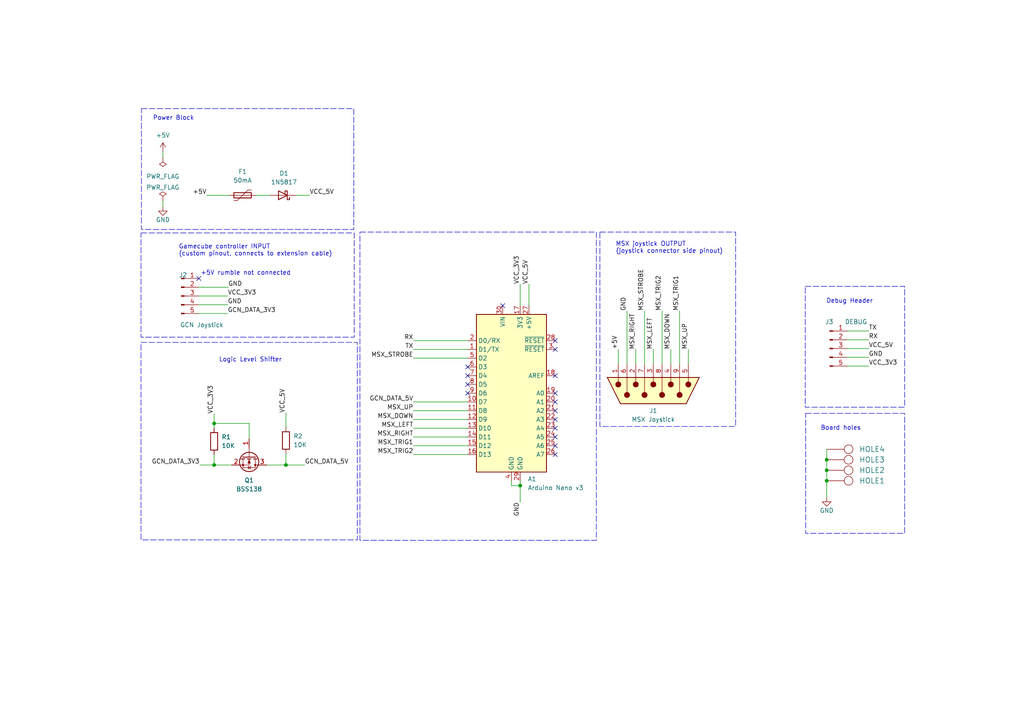
<source format=kicad_sch>
(kicad_sch (version 20230121) (generator eeschema)
  (paper "A4")
  (title_block (title "msx-joydolphin: A Gamecube controller adapter for MSX") (date "2023-09-23") (rev "v1") (company "Albert Herranz"))
  (lib_symbols
    (symbol "Connector:Conn_01x05_Pin" (pin_names (offset 1.016) hide)
      (property "Reference" "J" (at 0 7.62 0))
      (property "Value" "Conn_01x05_Pin" (at 0 -7.62 0))
      (symbol "Conn_01x05_Pin_1_1"
        (polyline (pts (xy 1.27 -5.08) (xy 0.8636 -5.08)) (stroke (width 0.1524)))
        (polyline (pts (xy 1.27 -2.54) (xy 0.8636 -2.54)) (stroke (width 0.1524)))
        (polyline (pts (xy 1.27 0) (xy 0.8636 0)) (stroke (width 0.1524)))
        (polyline (pts (xy 1.27 2.54) (xy 0.8636 2.54)) (stroke (width 0.1524)))
        (polyline (pts (xy 1.27 5.08) (xy 0.8636 5.08)) (stroke (width 0.1524)))
        (rectangle (start 0.8636 -4.953) (end 0 -5.207) (stroke (width 0.1524)) (fill (type outline)))
        (rectangle (start 0.8636 -2.413) (end 0 -2.667) (stroke (width 0.1524)) (fill (type outline)))
        (rectangle (start 0.8636 0.127) (end 0 -0.127) (stroke (width 0.1524)) (fill (type outline)))
        (rectangle (start 0.8636 2.667) (end 0 2.413) (stroke (width 0.1524)) (fill (type outline)))
        (rectangle (start 0.8636 5.207) (end 0 4.953) (stroke (width 0.1524)) (fill (type outline)))
        (pin passive line (at 5.08 5.08 180) (length 3.81) (name "Pin_1") (number "1"))
        (pin passive line (at 5.08 2.54 180) (length 3.81) (name "Pin_2") (number "2"))
        (pin passive line (at 5.08 0 180) (length 3.81) (name "Pin_3") (number "3"))
        (pin passive line (at 5.08 -2.54 180) (length 3.81) (name "Pin_4") (number "4"))
        (pin passive line (at 5.08 -5.08 180) (length 3.81) (name "Pin_5") (number "5"))
      )
    )
    (symbol "Connector:DE9_Plug" (pin_names (offset 1.016) hide)
      (property "Reference" "J" (at 0 13.97 0))
      (property "Value" "DE9_Plug" (at 0 -14.605 0))
      (symbol "DE9_Plug_0_1"
        (circle (center -1.778 -10.16) (radius 0.762) (fill (type outline)))
        (circle (center -1.778 -5.08) (radius 0.762) (fill (type outline)))
        (circle (center -1.778 0) (radius 0.762) (fill (type outline)))
        (circle (center -1.778 5.08) (radius 0.762) (fill (type outline)))
        (circle (center -1.778 10.16) (radius 0.762) (fill (type outline)))
        (polyline (pts (xy -3.81 -10.16) (xy -2.54 -10.16)))
        (polyline (pts (xy -3.81 -7.62) (xy 0.508 -7.62)))
        (polyline (pts (xy -3.81 -5.08) (xy -2.54 -5.08)))
        (polyline (pts (xy -3.81 -2.54) (xy 0.508 -2.54)))
        (polyline (pts (xy -3.81 0) (xy -2.54 0)))
        (polyline (pts (xy -3.81 2.54) (xy 0.508 2.54)))
        (polyline (pts (xy -3.81 5.08) (xy -2.54 5.08)))
        (polyline (pts (xy -3.81 7.62) (xy 0.508 7.62)))
        (polyline (pts (xy -3.81 10.16) (xy -2.54 10.16)))
        (polyline (pts (xy -3.81 -13.335) (xy -3.81 13.335) (xy 3.81 9.525) (xy 3.81 -9.525) (xy -3.81 -13.335)) (stroke (width 0.254)) (fill (type background)))
        (circle (center 1.27 -7.62) (radius 0.762) (fill (type outline)))
        (circle (center 1.27 -2.54) (radius 0.762) (fill (type outline)))
        (circle (center 1.27 2.54) (radius 0.762) (fill (type outline)))
        (circle (center 1.27 7.62) (radius 0.762) (fill (type outline)))
      )
      (symbol "DE9_Plug_1_1"
        (pin passive line (at -7.62 -10.16 0) (length 3.81) (name "1") (number "1"))
        (pin passive line (at -7.62 -5.08 0) (length 3.81) (name "2") (number "2"))
        (pin passive line (at -7.62 0 0) (length 3.81) (name "3") (number "3"))
        (pin passive line (at -7.62 5.08 0) (length 3.81) (name "4") (number "4"))
        (pin passive line (at -7.62 10.16 0) (length 3.81) (name "5") (number "5"))
        (pin passive line (at -7.62 -7.62 0) (length 3.81) (name "6") (number "6"))
        (pin passive line (at -7.62 -2.54 0) (length 3.81) (name "7") (number "7"))
        (pin passive line (at -7.62 2.54 0) (length 3.81) (name "8") (number "8"))
        (pin passive line (at -7.62 7.62 0) (length 3.81) (name "9") (number "9"))
      )
    )
    (symbol "Device:Polyfuse" (pin_numbers hide) (pin_names (offset 0))
      (property "Reference" "F" (at -2.54 0 90))
      (property "Value" "Polyfuse" (at 2.54 0 90))
      (symbol "Polyfuse_0_1"
        (rectangle (start -0.762 2.54) (end 0.762 -2.54) (stroke (width 0.254)))
        (polyline (pts (xy 0 2.54) (xy 0 -2.54)))
        (polyline (pts (xy -1.524 2.54) (xy -1.524 1.524) (xy 1.524 -1.524) (xy 1.524 -2.54)))
      )
      (symbol "Polyfuse_1_1"
        (pin passive line (at 0 3.81 270) (length 1.27) (name "~") (number "1"))
        (pin passive line (at 0 -3.81 90) (length 1.27) (name "~") (number "2"))
      )
    )
    (symbol "Device:R" (pin_numbers hide) (pin_names (offset 0))
      (property "Reference" "R" (at 2.032 0 90))
      (property "Value" "R" (at 0 0 90))
      (symbol "R_0_1"
        (rectangle (start -1.016 -2.54) (end 1.016 2.54) (stroke (width 0.254)))
      )
      (symbol "R_1_1"
        (pin passive line (at 0 3.81 270) (length 1.27) (name "~") (number "1"))
        (pin passive line (at 0 -3.81 90) (length 1.27) (name "~") (number "2"))
      )
    )
    (symbol "Diode:1N5817" (pin_numbers hide) (pin_names (offset 1.016) hide)
      (property "Reference" "D" (at 0 2.54 0))
      (property "Value" "1N5817" (at 0 -2.54 0))
      (symbol "1N5817_0_1"
        (polyline (pts (xy 1.27 0) (xy -1.27 0)))
        (polyline (pts (xy 1.27 1.27) (xy 1.27 -1.27) (xy -1.27 0) (xy 1.27 1.27)) (stroke (width 0.254)))
        (polyline (pts (xy -1.905 0.635) (xy -1.905 1.27) (xy -1.27 1.27) (xy -1.27 -1.27) (xy -0.635 -1.27) (xy -0.635 -0.635)) (stroke (width 0.254)))
      )
      (symbol "1N5817_1_1"
        (pin passive line (at -3.81 0 0) (length 2.54) (name "K") (number "1"))
        (pin passive line (at 3.81 0 180) (length 2.54) (name "A") (number "2"))
      )
    )
    (symbol "MCU_Module:Arduino_Nano_v3.x"
      (property "Reference" "A" (at -10.16 23.495 0))
      (property "Value" "Arduino_Nano_v3.x" (at 5.08 -24.13 0))
      (symbol "Arduino_Nano_v3.x_0_1"
        (rectangle (start -10.16 22.86) (end 10.16 -22.86) (stroke (width 0.254)) (fill (type background)))
      )
      (symbol "Arduino_Nano_v3.x_1_1"
        (pin bidirectional line (at -12.7 12.7 0) (length 2.54) (name "D1/TX") (number "1"))
        (pin bidirectional line (at -12.7 -2.54 0) (length 2.54) (name "D7") (number "10"))
        (pin bidirectional line (at -12.7 -5.08 0) (length 2.54) (name "D8") (number "11"))
        (pin bidirectional line (at -12.7 -7.62 0) (length 2.54) (name "D9") (number "12"))
        (pin bidirectional line (at -12.7 -10.16 0) (length 2.54) (name "D10") (number "13"))
        (pin bidirectional line (at -12.7 -12.7 0) (length 2.54) (name "D11") (number "14"))
        (pin bidirectional line (at -12.7 -15.24 0) (length 2.54) (name "D12") (number "15"))
        (pin bidirectional line (at -12.7 -17.78 0) (length 2.54) (name "D13") (number "16"))
        (pin power_out line (at 2.54 25.4 270) (length 2.54) (name "3V3") (number "17"))
        (pin input line (at 12.7 5.08 180) (length 2.54) (name "AREF") (number "18"))
        (pin bidirectional line (at 12.7 0 180) (length 2.54) (name "A0") (number "19"))
        (pin bidirectional line (at -12.7 15.24 0) (length 2.54) (name "D0/RX") (number "2"))
        (pin bidirectional line (at 12.7 -2.54 180) (length 2.54) (name "A1") (number "20"))
        (pin bidirectional line (at 12.7 -5.08 180) (length 2.54) (name "A2") (number "21"))
        (pin bidirectional line (at 12.7 -7.62 180) (length 2.54) (name "A3") (number "22"))
        (pin bidirectional line (at 12.7 -10.16 180) (length 2.54) (name "A4") (number "23"))
        (pin bidirectional line (at 12.7 -12.7 180) (length 2.54) (name "A5") (number "24"))
        (pin bidirectional line (at 12.7 -15.24 180) (length 2.54) (name "A6") (number "25"))
        (pin bidirectional line (at 12.7 -17.78 180) (length 2.54) (name "A7") (number "26"))
        (pin power_out line (at 5.08 25.4 270) (length 2.54) (name "+5V") (number "27"))
        (pin input line (at 12.7 15.24 180) (length 2.54) (name "~{RESET}") (number "28"))
        (pin power_in line (at 2.54 -25.4 90) (length 2.54) (name "GND") (number "29"))
        (pin input line (at 12.7 12.7 180) (length 2.54) (name "~{RESET}") (number "3"))
        (pin power_in line (at -2.54 25.4 270) (length 2.54) (name "VIN") (number "30"))
        (pin power_in line (at 0 -25.4 90) (length 2.54) (name "GND") (number "4"))
        (pin bidirectional line (at -12.7 10.16 0) (length 2.54) (name "D2") (number "5"))
        (pin bidirectional line (at -12.7 7.62 0) (length 2.54) (name "D3") (number "6"))
        (pin bidirectional line (at -12.7 5.08 0) (length 2.54) (name "D4") (number "7"))
        (pin bidirectional line (at -12.7 2.54 0) (length 2.54) (name "D5") (number "8"))
        (pin bidirectional line (at -12.7 0 0) (length 2.54) (name "D6") (number "9"))
      )
    )
    (symbol "Transistor_FET:BSS138" (pin_names hide)
      (property "Reference" "Q" (at 5.08 1.905 0))
      (property "Value" "BSS138" (at 5.08 0 0))
      (symbol "BSS138_0_1"
        (polyline (pts (xy 0.254 0) (xy -2.54 0)))
        (polyline (pts (xy 0.254 1.905) (xy 0.254 -1.905)) (stroke (width 0.254)))
        (polyline (pts (xy 0.762 -1.27) (xy 0.762 -2.286)) (stroke (width 0.254)))
        (polyline (pts (xy 0.762 0.508) (xy 0.762 -0.508)) (stroke (width 0.254)))
        (polyline (pts (xy 0.762 2.286) (xy 0.762 1.27)) (stroke (width 0.254)))
        (polyline (pts (xy 2.54 2.54) (xy 2.54 1.778)))
        (polyline (pts (xy 2.54 -2.54) (xy 2.54 0) (xy 0.762 0)))
        (polyline (pts (xy 0.762 -1.778) (xy 3.302 -1.778) (xy 3.302 1.778) (xy 0.762 1.778)))
        (polyline (pts (xy 1.016 0) (xy 2.032 0.381) (xy 2.032 -0.381) (xy 1.016 0)) (fill (type outline)))
        (polyline (pts (xy 2.794 0.508) (xy 2.921 0.381) (xy 3.683 0.381) (xy 3.81 0.254)))
        (polyline (pts (xy 3.302 0.381) (xy 2.921 -0.254) (xy 3.683 -0.254) (xy 3.302 0.381)))
        (circle (center 1.651 0) (radius 2.794) (stroke (width 0.254)))
        (circle (center 2.54 -1.778) (radius 0.254) (fill (type outline)))
        (circle (center 2.54 1.778) (radius 0.254) (fill (type outline)))
      )
      (symbol "BSS138_1_1"
        (pin input line (at -5.08 0 0) (length 2.54) (name "G") (number "1"))
        (pin passive line (at 2.54 -5.08 90) (length 2.54) (name "S") (number "2"))
        (pin passive line (at 2.54 5.08 270) (length 2.54) (name "D") (number "3"))
      )
    )
    (symbol "my_components:HOLE" (pin_numbers hide) (pin_names (offset 1.016) hide)
      (property "Reference" "HOLE" (at 2.54 0 0))
      (symbol "HOLE_0_1"
        (circle (center 0 0) (radius 1.27))
      )
      (symbol "HOLE_1_1"
        (pin input line (at -6.35 0 0) (length 5.08) (name "~") (number "1"))
      )
    )
    (symbol "power:+5V" (power) (pin_names (offset 0))
      (property "Value" "+5V" (at 0 3.556 0))
      (symbol "+5V_0_1"
        (polyline (pts (xy -0.762 1.27) (xy 0 2.54)))
        (polyline (pts (xy 0 0) (xy 0 2.54)))
        (polyline (pts (xy 0 2.54) (xy 0.762 1.27)))
      )
      (symbol "+5V_1_1"
        (pin power_in line (at 0 0 90) (length 0) hide (name "+5V") (number "1"))
      )
    )
    (symbol "power:GND" (power) (pin_names (offset 0))
      (property "Value" "GND" (at 0 -3.81 0))
      (symbol "GND_0_1"
        (polyline (pts (xy 0 0) (xy 0 -1.27) (xy 1.27 -1.27) (xy 0 -2.54) (xy -1.27 -1.27) (xy 0 -1.27)))
      )
      (symbol "GND_1_1"
        (pin power_in line (at 0 0 270) (length 0) hide (name "GND") (number "1"))
      )
    )
    (symbol "power:PWR_FLAG" (power) (pin_numbers hide) (pin_names (offset 0) hide)
      (property "Value" "PWR_FLAG" (at 0 3.81 0))
      (symbol "PWR_FLAG_0_0"
        (pin power_out line (at 0 0 90) (length 0) (name "pwr") (number "1"))
      )
      (symbol "PWR_FLAG_0_1"
        (polyline (pts (xy 0 0) (xy 0 1.27) (xy -1.016 1.905) (xy 0 2.54) (xy 1.016 1.905) (xy 0 1.27)))
      )
    )
  )
  (junction (at 239.776 139.446))
  (junction (at 62.103 122.809))
  (junction (at 239.776 133.35))
  (junction (at 150.876 140.843))
  (junction (at 239.776 136.398))
  (junction (at 62.103 134.874))
  (junction (at 82.931 134.874))
  (no_connect (at 135.636 114.046))
  (no_connect (at 135.636 106.426))
  (no_connect (at 135.636 111.506))
  (no_connect (at 161.036 108.966))
  (no_connect (at 161.036 129.286))
  (no_connect (at 57.658 80.772))
  (no_connect (at 161.036 98.806))
  (no_connect (at 135.636 108.966))
  (no_connect (at 161.036 114.046))
  (no_connect (at 161.036 131.826))
  (no_connect (at 161.036 121.666))
  (no_connect (at 161.036 119.126))
  (no_connect (at 161.036 126.746))
  (no_connect (at 161.036 124.206))
  (no_connect (at 145.796 88.646))
  (no_connect (at 161.036 116.586))
  (no_connect (at 161.036 101.346))
  (wire (pts (xy 119.888 129.286) (xy 135.636 129.286)))
  (wire (pts (xy 251.968 101.092) (xy 245.745 101.092)))
  (wire (pts (xy 251.968 96.012) (xy 245.745 96.012)))
  (wire (pts (xy 119.888 116.586) (xy 135.636 116.586)))
  (wire (pts (xy 181.864 90.17) (xy 181.864 105.664)))
  (wire (pts (xy 239.776 136.398) (xy 239.776 139.446)))
  (wire (pts (xy 119.888 119.126) (xy 135.636 119.126)))
  (wire (pts (xy 59.944 56.642) (xy 66.548 56.642)))
  (wire (pts (xy 82.931 131.572) (xy 82.931 134.874)))
  (wire (pts (xy 62.103 124.206) (xy 62.103 122.809)))
  (wire (pts (xy 186.944 90.17) (xy 186.944 105.664)))
  (wire (pts (xy 239.776 130.302) (xy 239.776 133.35)))
  (wire (pts (xy 72.263 127.254) (xy 72.263 122.809)))
  (wire (pts (xy 119.888 131.826) (xy 135.636 131.826)))
  (wire (pts (xy 78.232 56.642) (xy 74.168 56.642)))
  (wire (pts (xy 192.024 90.17) (xy 192.024 105.664)))
  (wire (pts (xy 85.852 56.642) (xy 89.789 56.642)))
  (wire (pts (xy 197.104 90.17) (xy 197.104 105.664)))
  (wire (pts (xy 150.876 140.843) (xy 150.876 145.669)))
  (wire (pts (xy 148.336 139.446) (xy 148.336 140.843)))
  (wire (pts (xy 57.658 85.852) (xy 66.04 85.852)))
  (wire (pts (xy 57.658 90.932) (xy 66.04 90.932)))
  (wire (pts (xy 62.103 131.826) (xy 62.103 134.874)))
  (wire (pts (xy 82.931 134.874) (xy 88.392 134.874)))
  (wire (pts (xy 119.888 126.746) (xy 135.636 126.746)))
  (wire (pts (xy 57.912 134.874) (xy 62.103 134.874)))
  (wire (pts (xy 119.888 101.346) (xy 135.636 101.346)))
  (wire (pts (xy 72.263 122.809) (xy 62.103 122.809)))
  (wire (pts (xy 119.888 124.206) (xy 135.636 124.206)))
  (wire (pts (xy 251.968 106.172) (xy 245.745 106.172)))
  (wire (pts (xy 82.931 134.874) (xy 77.343 134.874)))
  (wire (pts (xy 194.564 101.346) (xy 194.564 105.664)))
  (wire (pts (xy 119.888 98.806) (xy 135.636 98.806)))
  (wire (pts (xy 47.244 43.942) (xy 47.244 45.72)))
  (wire (pts (xy 62.103 120.015) (xy 62.103 122.809)))
  (wire (pts (xy 184.404 101.346) (xy 184.404 105.664)))
  (wire (pts (xy 57.658 83.312) (xy 66.167 83.312)))
  (wire (pts (xy 148.336 140.843) (xy 150.876 140.843)))
  (wire (pts (xy 119.888 103.886) (xy 135.636 103.886)))
  (wire (pts (xy 179.324 101.346) (xy 179.324 105.664)))
  (wire (pts (xy 82.931 119.761) (xy 82.931 123.952)))
  (wire (pts (xy 251.968 98.552) (xy 245.745 98.552)))
  (wire (pts (xy 199.644 101.346) (xy 199.644 105.664)))
  (wire (pts (xy 47.244 58.166) (xy 47.244 59.944)))
  (wire (pts (xy 150.876 139.446) (xy 150.876 140.843)))
  (wire (pts (xy 239.776 133.35) (xy 239.776 136.398)))
  (wire (pts (xy 150.876 82.423) (xy 150.876 88.646)))
  (wire (pts (xy 119.888 121.666) (xy 135.636 121.666)))
  (wire (pts (xy 189.484 101.346) (xy 189.484 105.664)))
  (wire (pts (xy 62.103 134.874) (xy 67.183 134.874)))
  (wire (pts (xy 153.416 82.423) (xy 153.416 88.646)))
  (wire (pts (xy 245.745 103.632) (xy 251.968 103.632)))
  (wire (pts (xy 57.658 88.392) (xy 66.04 88.392)))
  (wire (pts (xy 239.776 139.446) (xy 239.776 144.272)))
  (rectangle (start 40.894 99.314) (end 103.632 156.591) (stroke (width 0) (type dash)))
  (rectangle (start 41.021 31.496) (end 102.616 66.548) (stroke (width 0) (type dash)))
  (rectangle (start 104.394 67.31) (end 172.974 156.718) (stroke (width 0) (type dash)))
  (rectangle (start 233.68 119.888) (end 262.382 154.686) (stroke (width 0) (type dash)))
  (rectangle (start 40.894 67.564) (end 102.743 97.79) (stroke (width 0) (type dash)))
  (rectangle (start 233.553 83.058) (end 262.382 118.11) (stroke (width 0) (type dash)))
  (rectangle (start 173.99 67.31) (end 213.36 123.698) (stroke (width 0) (type dash)))
  (text "MSX joystick OUTPUT\n(joystick connector side pinout)" (at 178.562 73.66 0) (effects (font (size 1.27 1.27)) (justify left bottom)))
  (text "Debug Header" (at 239.649 88.138 0) (effects (font (size 1.27 1.27)) (justify left bottom)))
  (text "+5V rumble not connected" (at 58.166 80.01 0) (effects (font (size 1.27 1.27)) (justify left bottom)))
  (text "Board holes" (at 237.998 124.968 0) (effects (font (size 1.27 1.27)) (justify left bottom)))
  (text "Power Block" (at 44.323 35.052 0) (effects (font (size 1.27 1.27)) (justify left bottom)))
  (text "Logic Level Shifter" (at 63.5 105.156 0) (effects (font (size 1.27 1.27)) (justify left bottom)))
  (text "Gamecube controller INPUT\n(custom pinout, connects to extension cable)" (at 51.816 74.422 0) (effects (font (size 1.27 1.27)) (justify left bottom)))
  (label "TX" (at 251.968 96.012 0))
  (label "MSX_LEFT" (at 189.484 101.346 90))
  (label "GND" (at 181.864 90.17 90))
  (label "GND" (at 251.968 103.632 0))
  (label "MSX_TRIG2" (at 119.888 131.826 180))
  (label "TX" (at 119.888 101.346 180))
  (label "MSX_UP" (at 119.888 119.126 180))
  (label "RX" (at 119.888 98.806 180))
  (label "VCC_3V3" (at 150.876 82.423 90))
  (label "MSX_RIGHT" (at 119.888 126.746 180))
  (label "MSX_RIGHT" (at 184.404 101.346 90))
  (label "MSX_DOWN" (at 194.564 101.346 90))
  (label "MSX_LEFT" (at 119.888 124.206 180))
  (label "MSX_DOWN" (at 119.888 121.666 180))
  (label "RX" (at 251.968 98.552 0))
  (label "VCC_5V" (at 153.416 82.423 90))
  (label "MSX_TRIG2" (at 192.024 90.17 90))
  (label "VCC_3V3" (at 251.968 106.172 0))
  (label "+5V" (at 179.324 101.346 90))
  (label "GND" (at 150.876 145.669 270))
  (label "+5V" (at 59.944 56.642 180))
  (label "VCC_5V" (at 82.931 119.761 90))
  (label "MSX_STROBE" (at 119.888 103.886 180))
  (label "GCN_DATA_3V3" (at 66.04 90.932 0))
  (label "GND" (at 66.167 83.312 0))
  (label "GCN_DATA_3V3" (at 57.912 134.874 180))
  (label "VCC_5V" (at 89.789 56.642 0))
  (label "GCN_DATA_5V" (at 119.888 116.586 180))
  (label "GCN_DATA_5V" (at 88.392 134.874 0))
  (label "MSX_UP" (at 199.644 101.346 90))
  (label "MSX_TRIG1" (at 119.888 129.286 180))
  (label "VCC_5V" (at 251.968 101.092 0))
  (label "VCC_3V3" (at 66.04 85.852 0))
  (label "VCC_3V3" (at 62.103 120.015 90))
  (label "MSX_STROBE" (at 186.944 90.17 90))
  (label "GND" (at 66.04 88.392 0))
  (label "MSX_TRIG1" (at 197.104 90.17 90))
  (symbol (lib_id "power:PWR_FLAG") (at 47.244 58.166 0) (unit 1)
    (property "Reference" "#FLG01" (effects hide))
    (property "Value" "PWR_FLAG" (at 47.244 54.356 0))
  )
  (symbol (lib_id "Connector:Conn_01x05_Pin") (at 240.665 101.092 0) (unit 1)
    (property "Reference" "J3" (at 240.538 93.345 0))
    (property "Value" "DEBUG" (at 248.285 93.345 0))
    (property "Footprint" "My_Components:Conn_Pin_Header_5x1_2.54mm" (effects hide))
  )
  (symbol (lib_id "power:GND") (at 239.776 144.272 0) (unit 1)
    (property "Reference" "#PWR03" (effects hide))
    (property "Value" "GND" (at 239.776 148.082 0))
  )
  (symbol (lib_id "Connector:DE9_Plug") (at 189.484 113.284 270) (unit 1)
    (property "Reference" "J1" (at 189.484 119.126 90))
    (property "Value" "MSX Joystick" (at 189.484 121.666 90))
    (property "Footprint" "Connector_JST:JST_PH_B9B-PH-K_1x09_P2.00mm_Vertical" (effects hide))
    (property "Datasheet" " ~" (effects hide))
  )
  (symbol (lib_id "Device:R") (at 62.103 128.016 0) (unit 1)
    (property "Reference" "R1" (at 64.262 126.746 0) (effects (justify left)))
    (property "Value" "10K" (at 64.262 129.286 0) (effects (justify left)))
    (property "Footprint" "Resistor_SMD:R_1206_3216Metric_Pad1.30x1.75mm_HandSolder" (effects hide))
  )
  (symbol (lib_id "power:+5V") (at 47.244 43.942 0) (unit 1)
    (property "Reference" "#PWR02" (effects hide))
    (property "Value" "+5V" (at 47.244 39.243 0))
  )
  (symbol (lib_id "Connector:Conn_01x05_Pin") (at 52.578 85.852 0) (unit 1)
    (property "Reference" "J2" (at 53.086 79.756 0))
    (property "Value" "GCN Joystick" (at 58.547 94.234 0))
    (property "Footprint" "Connector_JST:JST_PH_B5B-PH-K_1x05_P2.00mm_Vertical" (effects hide))
  )
  (symbol (lib_id "MCU_Module:Arduino_Nano_v3.x") (at 148.336 114.046 0) (unit 1)
    (property "Reference" "A1" (at 153.0701 138.938 0) (effects (justify left)))
    (property "Value" "Arduino Nano v3" (at 153.0701 141.478 0) (effects (justify left)))
    (property "Footprint" "Module:Arduino_Nano" (effects hide))
    (property "Datasheet" "http://www.mouser.com/pdfdocs/Gravitech_Arduino_Nano3_0.pdf" (effects hide))
  )
  (symbol (lib_id "power:PWR_FLAG") (at 47.244 45.72 180) (unit 1)
    (property "Reference" "#FLG02" (effects hide))
    (property "Value" "PWR_FLAG" (at 47.244 51.181 0))
  )
  (symbol (lib_id "Device:R") (at 82.931 127.762 0) (unit 1)
    (property "Reference" "R2" (at 85.09 126.492 0) (effects (justify left)))
    (property "Value" "10K" (at 85.09 129.032 0) (effects (justify left)))
    (property "Footprint" "Resistor_SMD:R_1206_3216Metric_Pad1.30x1.75mm_HandSolder" (effects hide))
  )
  (symbol (lib_id "power:GND") (at 47.244 59.944 0) (unit 1)
    (property "Reference" "#PWR01" (effects hide))
    (property "Value" "GND" (at 47.244 63.754 0))
  )
  (symbol (lib_id "my_components:HOLE") (at 246.126 139.446 0) (unit 1)
    (property "Reference" "HOLE1" (at 249.174 139.446 0) (effects (font (size 1.524 1.524)) (justify left)))
    (property "Value" "HOLE" (effects hide))
    (property "Footprint" "My_Components:Hole_3mm" (effects hide))
  )
  (symbol (lib_id "Device:Polyfuse") (at 70.358 56.642 90) (unit 1)
    (property "Reference" "F1" (at 70.358 49.784 90))
    (property "Value" "50mA" (at 70.358 52.324 90))
    (property "Footprint" "Capacitor_THT:C_Disc_D7.5mm_W2.5mm_P5.00mm" (effects hide))
  )
  (symbol (lib_id "my_components:HOLE") (at 246.126 130.302 0) (unit 1)
    (property "Reference" "HOLE4" (at 249.174 130.302 0) (effects (font (size 1.524 1.524)) (justify left)))
    (property "Value" "HOLE" (effects hide))
    (property "Footprint" "My_Components:Hole_3mm" (effects hide))
  )
  (symbol (lib_id "Diode:1N5817") (at 82.042 56.642 180) (unit 1)
    (property "Reference" "D1" (at 82.3595 50.292 0))
    (property "Value" "1N5817" (at 82.3595 52.832 0))
    (property "Footprint" "Diode_THT:D_DO-41_SOD81_P10.16mm_Horizontal" (effects hide))
    (property "Datasheet" "http://www.vishay.com/docs/88525/1n5817.pdf" (effects hide))
  )
  (symbol (lib_id "Transistor_FET:BSS138") (at 72.263 132.334 270) (unit 1)
    (property "Reference" "Q1" (at 72.263 139.319 90))
    (property "Value" "BSS138" (at 72.263 141.859 90))
    (property "Footprint" "Package_TO_SOT_SMD:SOT-23" (effects hide))
    (property "Datasheet" "https://www.onsemi.com/pub/Collateral/BSS138-D.PDF" (effects hide))
  )
  (symbol (lib_id "my_components:HOLE") (at 246.126 133.35 0) (unit 1)
    (property "Reference" "HOLE3" (at 249.174 133.35 0) (effects (font (size 1.524 1.524)) (justify left)))
    (property "Value" "HOLE" (effects hide))
    (property "Footprint" "My_Components:Hole_3mm" (effects hide))
  )
  (symbol (lib_id "my_components:HOLE") (at 246.126 136.398 0) (unit 1)
    (property "Reference" "HOLE2" (at 249.174 136.398 0) (effects (font (size 1.524 1.524)) (justify left)))
    (property "Value" "HOLE" (effects hide))
    (property "Footprint" "My_Components:Hole_3mm" (effects hide))
  )
)
</source>
